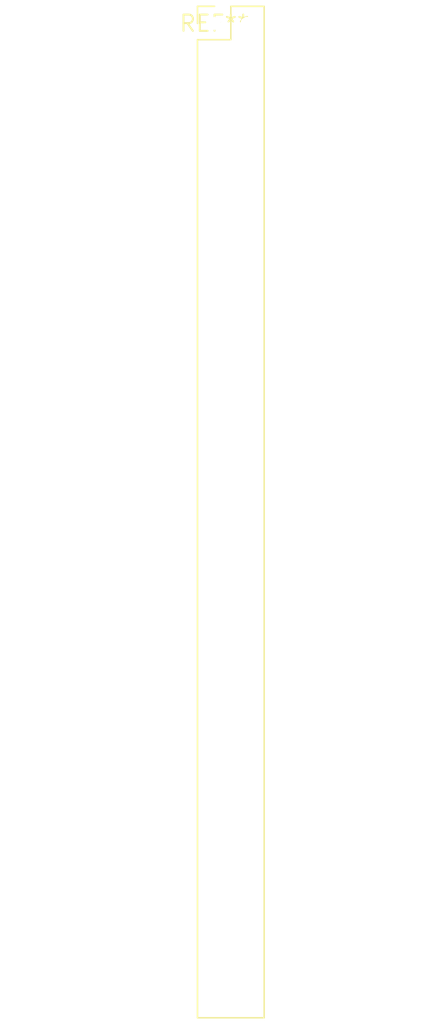
<source format=kicad_pcb>
(kicad_pcb (version 20240108) (generator pcbnew)
  (layers (0 "F.Cu" signal) (31 "B.Cu" signal) (34 "B.Paste" user) (35 "F.Paste" user) (36 "B.SilkS" user "B.Silkscreen") (37 "F.SilkS" user "F.Silkscreen") (38 "B.Mask" user) (39 "F.Mask" user) (44 "Edge.Cuts" user))
  (net 0 "")
  (footprint "PinHeader_2x31_P2.54mm_Vertical" (layer "F.Cu") (at 0 0)
    (property "Reference" "REF**")
    (property "Value" "PinHeader_2x31_P2.54mm_Vertical")
    (fp_line (start -1.33 -1.33) (end 0 -1.33) (layer "F.SilkS") (stroke (width 0.12)))
    (fp_line (start -1.33 0) (end -1.33 -1.33) (layer "F.SilkS") (stroke (width 0.12)))
    (fp_line (start -1.33 1.27) (end -1.33 77.53) (layer "F.SilkS") (stroke (width 0.12)))
    (fp_line (start -1.33 1.27) (end 1.27 1.27) (layer "F.SilkS") (stroke (width 0.12)))
    (fp_line (start -1.33 77.53) (end 3.87 77.53) (layer "F.SilkS") (stroke (width 0.12)))
    (fp_line (start 1.27 -1.33) (end 3.87 -1.33) (layer "F.SilkS") (stroke (width 0.12)))
    (fp_line (start 1.27 1.27) (end 1.27 -1.33) (layer "F.SilkS") (stroke (width 0.12)))
    (fp_line (start 3.87 -1.33) (end 3.87 77.53) (layer "F.SilkS") (stroke (width 0.12)))
    (pad "1" thru_hole rect (at 0 0) (size 1.7 1.7) (drill 1) (layers *.Cu *.Mask) (remove_unused_layers))
    (pad "2" thru_hole oval (at 2.54 0) (size 1.7 1.7) (drill 1) (layers *.Cu *.Mask) (remove_unused_layers))
    (pad "3" thru_hole oval (at 0 2.54) (size 1.7 1.7) (drill 1) (layers *.Cu *.Mask) (remove_unused_layers))
    (pad "4" thru_hole oval (at 2.54 2.54) (size 1.7 1.7) (drill 1) (layers *.Cu *.Mask) (remove_unused_layers))
    (pad "5" thru_hole oval (at 0 5.08) (size 1.7 1.7) (drill 1) (layers *.Cu *.Mask) (remove_unused_layers))
    (pad "6" thru_hole oval (at 2.54 5.08) (size 1.7 1.7) (drill 1) (layers *.Cu *.Mask) (remove_unused_layers))
    (pad "7" thru_hole oval (at 0 7.62) (size 1.7 1.7) (drill 1) (layers *.Cu *.Mask) (remove_unused_layers))
    (pad "8" thru_hole oval (at 2.54 7.62) (size 1.7 1.7) (drill 1) (layers *.Cu *.Mask) (remove_unused_layers))
    (pad "9" thru_hole oval (at 0 10.16) (size 1.7 1.7) (drill 1) (layers *.Cu *.Mask) (remove_unused_layers))
    (pad "10" thru_hole oval (at 2.54 10.16) (size 1.7 1.7) (drill 1) (layers *.Cu *.Mask) (remove_unused_layers))
    (pad "11" thru_hole oval (at 0 12.7) (size 1.7 1.7) (drill 1) (layers *.Cu *.Mask) (remove_unused_layers))
    (pad "12" thru_hole oval (at 2.54 12.7) (size 1.7 1.7) (drill 1) (layers *.Cu *.Mask) (remove_unused_layers))
    (pad "13" thru_hole oval (at 0 15.24) (size 1.7 1.7) (drill 1) (layers *.Cu *.Mask) (remove_unused_layers))
    (pad "14" thru_hole oval (at 2.54 15.24) (size 1.7 1.7) (drill 1) (layers *.Cu *.Mask) (remove_unused_layers))
    (pad "15" thru_hole oval (at 0 17.78) (size 1.7 1.7) (drill 1) (layers *.Cu *.Mask) (remove_unused_layers))
    (pad "16" thru_hole oval (at 2.54 17.78) (size 1.7 1.7) (drill 1) (layers *.Cu *.Mask) (remove_unused_layers))
    (pad "17" thru_hole oval (at 0 20.32) (size 1.7 1.7) (drill 1) (layers *.Cu *.Mask) (remove_unused_layers))
    (pad "18" thru_hole oval (at 2.54 20.32) (size 1.7 1.7) (drill 1) (layers *.Cu *.Mask) (remove_unused_layers))
    (pad "19" thru_hole oval (at 0 22.86) (size 1.7 1.7) (drill 1) (layers *.Cu *.Mask) (remove_unused_layers))
    (pad "20" thru_hole oval (at 2.54 22.86) (size 1.7 1.7) (drill 1) (layers *.Cu *.Mask) (remove_unused_layers))
    (pad "21" thru_hole oval (at 0 25.4) (size 1.7 1.7) (drill 1) (layers *.Cu *.Mask) (remove_unused_layers))
    (pad "22" thru_hole oval (at 2.54 25.4) (size 1.7 1.7) (drill 1) (layers *.Cu *.Mask) (remove_unused_layers))
    (pad "23" thru_hole oval (at 0 27.94) (size 1.7 1.7) (drill 1) (layers *.Cu *.Mask) (remove_unused_layers))
    (pad "24" thru_hole oval (at 2.54 27.94) (size 1.7 1.7) (drill 1) (layers *.Cu *.Mask) (remove_unused_layers))
    (pad "25" thru_hole oval (at 0 30.48) (size 1.7 1.7) (drill 1) (layers *.Cu *.Mask) (remove_unused_layers))
    (pad "26" thru_hole oval (at 2.54 30.48) (size 1.7 1.7) (drill 1) (layers *.Cu *.Mask) (remove_unused_layers))
    (pad "27" thru_hole oval (at 0 33.02) (size 1.7 1.7) (drill 1) (layers *.Cu *.Mask) (remove_unused_layers))
    (pad "28" thru_hole oval (at 2.54 33.02) (size 1.7 1.7) (drill 1) (layers *.Cu *.Mask) (remove_unused_layers))
    (pad "29" thru_hole oval (at 0 35.56) (size 1.7 1.7) (drill 1) (layers *.Cu *.Mask) (remove_unused_layers))
    (pad "30" thru_hole oval (at 2.54 35.56) (size 1.7 1.7) (drill 1) (layers *.Cu *.Mask) (remove_unused_layers))
    (pad "31" thru_hole oval (at 0 38.1) (size 1.7 1.7) (drill 1) (layers *.Cu *.Mask) (remove_unused_layers))
    (pad "32" thru_hole oval (at 2.54 38.1) (size 1.7 1.7) (drill 1) (layers *.Cu *.Mask) (remove_unused_layers))
    (pad "33" thru_hole oval (at 0 40.64) (size 1.7 1.7) (drill 1) (layers *.Cu *.Mask) (remove_unused_layers))
    (pad "34" thru_hole oval (at 2.54 40.64) (size 1.7 1.7) (drill 1) (layers *.Cu *.Mask) (remove_unused_layers))
    (pad "35" thru_hole oval (at 0 43.18) (size 1.7 1.7) (drill 1) (layers *.Cu *.Mask) (remove_unused_layers))
    (pad "36" thru_hole oval (at 2.54 43.18) (size 1.7 1.7) (drill 1) (layers *.Cu *.Mask) (remove_unused_layers))
    (pad "37" thru_hole oval (at 0 45.72) (size 1.7 1.7) (drill 1) (layers *.Cu *.Mask) (remove_unused_layers))
    (pad "38" thru_hole oval (at 2.54 45.72) (size 1.7 1.7) (drill 1) (layers *.Cu *.Mask) (remove_unused_layers))
    (pad "39" thru_hole oval (at 0 48.26) (size 1.7 1.7) (drill 1) (layers *.Cu *.Mask) (remove_unused_layers))
    (pad "40" thru_hole oval (at 2.54 48.26) (size 1.7 1.7) (drill 1) (layers *.Cu *.Mask) (remove_unused_layers))
    (pad "41" thru_hole oval (at 0 50.8) (size 1.7 1.7) (drill 1) (layers *.Cu *.Mask) (remove_unused_layers))
    (pad "42" thru_hole oval (at 2.54 50.8) (size 1.7 1.7) (drill 1) (layers *.Cu *.Mask) (remove_unused_layers))
    (pad "43" thru_hole oval (at 0 53.34) (size 1.7 1.7) (drill 1) (layers *.Cu *.Mask) (remove_unused_layers))
    (pad "44" thru_hole oval (at 2.54 53.34) (size 1.7 1.7) (drill 1) (layers *.Cu *.Mask) (remove_unused_layers))
    (pad "45" thru_hole oval (at 0 55.88) (size 1.7 1.7) (drill 1) (layers *.Cu *.Mask) (remove_unused_layers))
    (pad "46" thru_hole oval (at 2.54 55.88) (size 1.7 1.7) (drill 1) (layers *.Cu *.Mask) (remove_unused_layers))
    (pad "47" thru_hole oval (at 0 58.42) (size 1.7 1.7) (drill 1) (layers *.Cu *.Mask) (remove_unused_layers))
    (pad "48" thru_hole oval (at 2.54 58.42) (size 1.7 1.7) (drill 1) (layers *.Cu *.Mask) (remove_unused_layers))
    (pad "49" thru_hole oval (at 0 60.96) (size 1.7 1.7) (drill 1) (layers *.Cu *.Mask) (remove_unused_layers))
    (pad "50" thru_hole oval (at 2.54 60.96) (size 1.7 1.7) (drill 1) (layers *.Cu *.Mask) (remove_unused_layers))
    (pad "51" thru_hole oval (at 0 63.5) (size 1.7 1.7) (drill 1) (layers *.Cu *.Mask) (remove_unused_layers))
    (pad "52" thru_hole oval (at 2.54 63.5) (size 1.7 1.7) (drill 1) (layers *.Cu *.Mask) (remove_unused_layers))
    (pad "53" thru_hole oval (at 0 66.04) (size 1.7 1.7) (drill 1) (layers *.Cu *.Mask) (remove_unused_layers))
    (pad "54" thru_hole oval (at 2.54 66.04) (size 1.7 1.7) (drill 1) (layers *.Cu *.Mask) (remove_unused_layers))
    (pad "55" thru_hole oval (at 0 68.58) (size 1.7 1.7) (drill 1) (layers *.Cu *.Mask) (remove_unused_layers))
    (pad "56" thru_hole oval (at 2.54 68.58) (size 1.7 1.7) (drill 1) (layers *.Cu *.Mask) (remove_unused_layers))
    (pad "57" thru_hole oval (at 0 71.12) (size 1.7 1.7) (drill 1) (layers *.Cu *.Mask) (remove_unused_layers))
    (pad "58" thru_hole oval (at 2.54 71.12) (size 1.7 1.7) (drill 1) (layers *.Cu *.Mask) (remove_unused_layers))
    (pad "59" thru_hole oval (at 0 73.66) (size 1.7 1.7) (drill 1) (layers *.Cu *.Mask) (remove_unused_layers))
    (pad "60" thru_hole oval (at 2.54 73.66) (size 1.7 1.7) (drill 1) (layers *.Cu *.Mask) (remove_unused_layers))
    (pad "61" thru_hole oval (at 0 76.2) (size 1.7 1.7) (drill 1) (layers *.Cu *.Mask) (remove_unused_layers))
    (pad "62" thru_hole oval (at 2.54 76.2) (size 1.7 1.7) (drill 1) (layers *.Cu *.Mask) (remove_unused_layers))
  )
)
</source>
